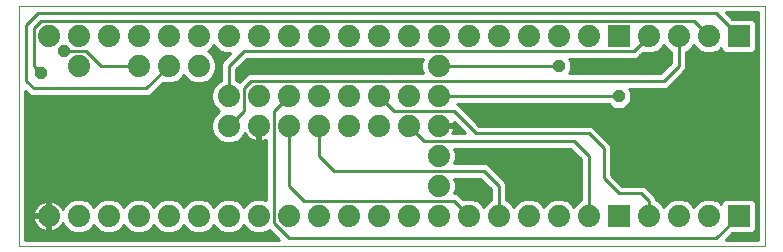
<source format=gbl>
G75*
G70*
%OFA0B0*%
%FSLAX24Y24*%
%IPPOS*%
%LPD*%
%AMOC8*
5,1,8,0,0,1.08239X$1,22.5*
%
%ADD10C,0.0000*%
%ADD11R,0.0740X0.0740*%
%ADD12C,0.0740*%
%ADD13C,0.0100*%
%ADD14OC8,0.0413*%
D10*
X000150Y002913D02*
X025020Y002913D01*
X025020Y010909D01*
X000150Y010909D01*
X000150Y002913D01*
D11*
X020150Y003913D03*
X024150Y003913D03*
X024150Y009913D03*
X020150Y009913D03*
D12*
X019150Y009913D03*
X018150Y009913D03*
X017150Y009913D03*
X016150Y009913D03*
X015150Y009913D03*
X014150Y009913D03*
X013150Y009913D03*
X012150Y009913D03*
X011150Y009913D03*
X010150Y009913D03*
X009150Y009913D03*
X008150Y009913D03*
X007150Y009913D03*
X006150Y009913D03*
X005150Y009913D03*
X004150Y009913D03*
X003150Y009913D03*
X002150Y009913D03*
X001150Y009913D03*
X002150Y008913D03*
X004150Y008913D03*
X005150Y008913D03*
X006150Y008913D03*
X007150Y007913D03*
X008150Y007913D03*
X009150Y007913D03*
X010150Y007913D03*
X011150Y007913D03*
X012150Y007913D03*
X013150Y007913D03*
X014150Y007913D03*
X014150Y008913D03*
X014150Y006913D03*
X013150Y006913D03*
X012150Y006913D03*
X011150Y006913D03*
X010150Y006913D03*
X009150Y006913D03*
X008150Y006913D03*
X007150Y006913D03*
X007150Y003913D03*
X006150Y003913D03*
X005150Y003913D03*
X004150Y003913D03*
X003150Y003913D03*
X002150Y003913D03*
X001150Y003913D03*
X008150Y003913D03*
X009150Y003913D03*
X010150Y003913D03*
X011150Y003913D03*
X012150Y003913D03*
X013150Y003913D03*
X014150Y003913D03*
X015150Y003913D03*
X016150Y003913D03*
X017150Y003913D03*
X018150Y003913D03*
X019150Y003913D03*
X021150Y003913D03*
X022150Y003913D03*
X023150Y003913D03*
X014150Y004913D03*
X014150Y005913D03*
X021150Y009913D03*
X022150Y009913D03*
X023150Y009913D03*
D13*
X022650Y010413D01*
X000900Y010413D01*
X000650Y010163D01*
X000650Y008913D01*
X000900Y008663D01*
X000400Y008413D02*
X000650Y008163D01*
X004400Y008163D01*
X005150Y008913D01*
X005650Y008604D02*
X005658Y008584D01*
X005821Y008421D01*
X006035Y008333D01*
X006265Y008333D01*
X006479Y008421D01*
X006642Y008584D01*
X006730Y008798D01*
X006730Y009028D01*
X006642Y009242D01*
X006479Y009405D01*
X006459Y009413D01*
X006479Y009421D01*
X006642Y009584D01*
X006650Y009604D01*
X006658Y009584D01*
X006821Y009421D01*
X007035Y009333D01*
X007202Y009333D01*
X007003Y009133D01*
X006930Y009060D01*
X006890Y008965D01*
X006890Y008433D01*
X006821Y008405D01*
X006658Y008242D01*
X006570Y008028D01*
X006570Y007798D01*
X006658Y007584D01*
X006821Y007421D01*
X006841Y007413D01*
X006821Y007405D01*
X006658Y007242D01*
X006570Y007028D01*
X006570Y006798D01*
X006658Y006584D01*
X006821Y006421D01*
X007035Y006333D01*
X007265Y006333D01*
X007479Y006421D01*
X007642Y006584D01*
X007683Y006684D01*
X007705Y006640D01*
X007753Y006574D01*
X007811Y006516D01*
X007877Y006468D01*
X007950Y006431D01*
X008028Y006406D01*
X008100Y006394D01*
X008100Y006863D01*
X008200Y006863D01*
X008200Y006394D01*
X008272Y006406D01*
X008350Y006431D01*
X008390Y006452D01*
X008390Y004441D01*
X008265Y004493D01*
X008035Y004493D01*
X007821Y004405D01*
X007658Y004242D01*
X007650Y004221D01*
X007642Y004242D01*
X007479Y004405D01*
X007265Y004493D01*
X007035Y004493D01*
X006821Y004405D01*
X006658Y004242D01*
X006650Y004221D01*
X006642Y004242D01*
X006479Y004405D01*
X006265Y004493D01*
X006035Y004493D01*
X005821Y004405D01*
X005658Y004242D01*
X005650Y004221D01*
X005642Y004242D01*
X005479Y004405D01*
X005265Y004493D01*
X005035Y004493D01*
X004821Y004405D01*
X004658Y004242D01*
X004650Y004221D01*
X004642Y004242D01*
X004479Y004405D01*
X004265Y004493D01*
X004035Y004493D01*
X003821Y004405D01*
X003658Y004242D01*
X003650Y004221D01*
X003642Y004242D01*
X003479Y004405D01*
X003265Y004493D01*
X003035Y004493D01*
X002821Y004405D01*
X002658Y004242D01*
X002650Y004221D01*
X002642Y004242D01*
X002479Y004405D01*
X002265Y004493D01*
X002035Y004493D01*
X001821Y004405D01*
X001658Y004242D01*
X001617Y004142D01*
X001595Y004186D01*
X001547Y004252D01*
X001489Y004310D01*
X001423Y004358D01*
X001350Y004395D01*
X001272Y004420D01*
X001200Y004432D01*
X001200Y003963D01*
X001100Y003963D01*
X001100Y004432D01*
X001028Y004420D01*
X000950Y004395D01*
X000877Y004358D01*
X000811Y004310D01*
X000753Y004252D01*
X000705Y004186D01*
X000668Y004113D01*
X000643Y004035D01*
X000631Y003963D01*
X001100Y003963D01*
X001100Y003863D01*
X000631Y003863D01*
X000643Y003791D01*
X000668Y003713D01*
X000705Y003640D01*
X000753Y003574D01*
X000811Y003516D01*
X000877Y003468D01*
X000950Y003431D01*
X001028Y003406D01*
X001100Y003394D01*
X001100Y003863D01*
X001200Y003863D01*
X001200Y003394D01*
X001272Y003406D01*
X001350Y003431D01*
X001423Y003468D01*
X001489Y003516D01*
X001547Y003574D01*
X001595Y003640D01*
X001617Y003684D01*
X001658Y003584D01*
X001821Y003421D01*
X002035Y003333D01*
X002265Y003333D01*
X002479Y003421D01*
X002642Y003584D01*
X002650Y003604D01*
X002658Y003584D01*
X002821Y003421D01*
X003035Y003333D01*
X003265Y003333D01*
X003479Y003421D01*
X003642Y003584D01*
X003650Y003604D01*
X003658Y003584D01*
X003821Y003421D01*
X004035Y003333D01*
X004265Y003333D01*
X004479Y003421D01*
X004642Y003584D01*
X004650Y003604D01*
X004658Y003584D01*
X004821Y003421D01*
X005035Y003333D01*
X005265Y003333D01*
X005479Y003421D01*
X005642Y003584D01*
X005650Y003604D01*
X005658Y003584D01*
X005821Y003421D01*
X006035Y003333D01*
X006265Y003333D01*
X006479Y003421D01*
X006642Y003584D01*
X006650Y003604D01*
X006658Y003584D01*
X006821Y003421D01*
X007035Y003333D01*
X007265Y003333D01*
X007479Y003421D01*
X007642Y003584D01*
X007650Y003604D01*
X007658Y003584D01*
X007821Y003421D01*
X008035Y003333D01*
X008265Y003333D01*
X008479Y003421D01*
X008501Y003444D01*
X008503Y003443D01*
X008822Y003123D01*
X000360Y003123D01*
X000360Y008085D01*
X000430Y008016D01*
X000503Y007943D01*
X000598Y007903D01*
X004452Y007903D01*
X004547Y007943D01*
X004966Y008361D01*
X005035Y008333D01*
X005265Y008333D01*
X005479Y008421D01*
X005642Y008584D01*
X005650Y008604D01*
X005585Y008528D02*
X005715Y008528D01*
X005814Y008429D02*
X005486Y008429D01*
X004935Y008331D02*
X006747Y008331D01*
X006654Y008232D02*
X004837Y008232D01*
X004738Y008134D02*
X006614Y008134D01*
X006573Y008035D02*
X004640Y008035D01*
X004533Y007937D02*
X006570Y007937D01*
X006570Y007838D02*
X000360Y007838D01*
X000360Y007740D02*
X006594Y007740D01*
X006635Y007641D02*
X000360Y007641D01*
X000360Y007543D02*
X006700Y007543D01*
X006799Y007444D02*
X000360Y007444D01*
X000360Y007346D02*
X006762Y007346D01*
X006664Y007247D02*
X000360Y007247D01*
X000360Y007149D02*
X006620Y007149D01*
X006579Y007050D02*
X000360Y007050D01*
X000360Y006952D02*
X006570Y006952D01*
X006570Y006853D02*
X000360Y006853D01*
X000360Y006755D02*
X006588Y006755D01*
X006629Y006656D02*
X000360Y006656D01*
X000360Y006558D02*
X006685Y006558D01*
X006784Y006459D02*
X000360Y006459D01*
X000360Y006361D02*
X006968Y006361D01*
X007332Y006361D02*
X008390Y006361D01*
X008390Y006262D02*
X000360Y006262D01*
X000360Y006164D02*
X008390Y006164D01*
X008390Y006065D02*
X000360Y006065D01*
X000360Y005966D02*
X008390Y005966D01*
X008390Y005868D02*
X000360Y005868D01*
X000360Y005769D02*
X008390Y005769D01*
X008390Y005671D02*
X000360Y005671D01*
X000360Y005572D02*
X008390Y005572D01*
X008390Y005474D02*
X000360Y005474D01*
X000360Y005375D02*
X008390Y005375D01*
X008390Y005277D02*
X000360Y005277D01*
X000360Y005178D02*
X008390Y005178D01*
X008390Y005080D02*
X000360Y005080D01*
X000360Y004981D02*
X008390Y004981D01*
X008390Y004883D02*
X000360Y004883D01*
X000360Y004784D02*
X008390Y004784D01*
X008390Y004686D02*
X000360Y004686D01*
X000360Y004587D02*
X008390Y004587D01*
X008390Y004489D02*
X008275Y004489D01*
X008025Y004489D02*
X007275Y004489D01*
X007493Y004390D02*
X007807Y004390D01*
X007709Y004292D02*
X007591Y004292D01*
X007025Y004489D02*
X006275Y004489D01*
X006493Y004390D02*
X006807Y004390D01*
X006709Y004292D02*
X006591Y004292D01*
X006025Y004489D02*
X005275Y004489D01*
X005493Y004390D02*
X005807Y004390D01*
X005709Y004292D02*
X005591Y004292D01*
X005025Y004489D02*
X004275Y004489D01*
X004493Y004390D02*
X004807Y004390D01*
X004709Y004292D02*
X004591Y004292D01*
X004025Y004489D02*
X003275Y004489D01*
X003493Y004390D02*
X003807Y004390D01*
X003709Y004292D02*
X003591Y004292D01*
X003025Y004489D02*
X002275Y004489D01*
X002493Y004390D02*
X002807Y004390D01*
X002709Y004292D02*
X002591Y004292D01*
X002025Y004489D02*
X000360Y004489D01*
X000360Y004390D02*
X000942Y004390D01*
X001100Y004390D02*
X001200Y004390D01*
X001200Y004292D02*
X001100Y004292D01*
X001100Y004193D02*
X001200Y004193D01*
X001200Y004095D02*
X001100Y004095D01*
X001100Y003996D02*
X001200Y003996D01*
X001100Y003898D02*
X000360Y003898D01*
X000360Y003996D02*
X000637Y003996D01*
X000662Y004095D02*
X000360Y004095D01*
X000360Y004193D02*
X000711Y004193D01*
X000794Y004292D02*
X000360Y004292D01*
X001358Y004390D02*
X001807Y004390D01*
X001709Y004292D02*
X001506Y004292D01*
X001589Y004193D02*
X001638Y004193D01*
X001200Y003799D02*
X001100Y003799D01*
X001100Y003701D02*
X001200Y003701D01*
X001200Y003602D02*
X001100Y003602D01*
X001100Y003504D02*
X001200Y003504D01*
X001200Y003405D02*
X001100Y003405D01*
X001030Y003405D02*
X000360Y003405D01*
X000360Y003307D02*
X008638Y003307D01*
X008540Y003405D02*
X008440Y003405D01*
X008503Y003443D02*
X008503Y003443D01*
X008650Y003663D02*
X008650Y007413D01*
X009150Y007913D01*
X007900Y008413D02*
X007650Y008163D01*
X007650Y007413D01*
X007150Y006913D01*
X007671Y006656D02*
X007697Y006656D01*
X007770Y006558D02*
X007615Y006558D01*
X007516Y006459D02*
X007896Y006459D01*
X008100Y006459D02*
X008200Y006459D01*
X008200Y006558D02*
X008100Y006558D01*
X008100Y006656D02*
X008200Y006656D01*
X008200Y006755D02*
X008100Y006755D01*
X008100Y006853D02*
X008200Y006853D01*
X009150Y006913D02*
X009150Y004913D01*
X009650Y004413D01*
X014650Y004413D01*
X015150Y003913D01*
X015591Y004292D02*
X015709Y004292D01*
X015658Y004242D02*
X015650Y004221D01*
X015642Y004242D01*
X015479Y004405D01*
X015265Y004493D01*
X015035Y004493D01*
X014966Y004465D01*
X014797Y004633D01*
X014702Y004673D01*
X014678Y004673D01*
X014730Y004798D01*
X014730Y005028D01*
X014678Y005153D01*
X015542Y005153D01*
X015890Y004805D01*
X015890Y004433D01*
X015821Y004405D01*
X015658Y004242D01*
X015807Y004390D02*
X015493Y004390D01*
X015275Y004489D02*
X015890Y004489D01*
X015890Y004587D02*
X014843Y004587D01*
X014942Y004489D02*
X015025Y004489D01*
X014684Y004686D02*
X015890Y004686D01*
X015890Y004784D02*
X014725Y004784D01*
X014730Y004883D02*
X015812Y004883D01*
X015714Y004981D02*
X014730Y004981D01*
X014709Y005080D02*
X015615Y005080D01*
X015650Y005413D02*
X016150Y004913D01*
X016150Y003913D01*
X016591Y004292D02*
X016709Y004292D01*
X016658Y004242D02*
X016821Y004405D01*
X017035Y004493D01*
X017265Y004493D01*
X017479Y004405D01*
X017642Y004242D01*
X017650Y004221D01*
X017658Y004242D01*
X017821Y004405D01*
X018035Y004493D01*
X018265Y004493D01*
X018479Y004405D01*
X018642Y004242D01*
X018650Y004221D01*
X018658Y004242D01*
X018821Y004405D01*
X018890Y004433D01*
X018890Y005805D01*
X018542Y006153D01*
X014678Y006153D01*
X014730Y006028D01*
X014730Y005798D01*
X014678Y005673D01*
X015702Y005673D01*
X015797Y005633D01*
X016297Y005133D01*
X016370Y005060D01*
X016410Y004965D01*
X016410Y004433D01*
X016479Y004405D01*
X016642Y004242D01*
X016650Y004221D01*
X016658Y004242D01*
X016807Y004390D02*
X016493Y004390D01*
X016410Y004489D02*
X017025Y004489D01*
X017275Y004489D02*
X018025Y004489D01*
X017807Y004390D02*
X017493Y004390D01*
X017591Y004292D02*
X017709Y004292D01*
X018275Y004489D02*
X018890Y004489D01*
X018890Y004587D02*
X016410Y004587D01*
X016410Y004686D02*
X018890Y004686D01*
X018890Y004784D02*
X016410Y004784D01*
X016410Y004883D02*
X018890Y004883D01*
X018890Y004981D02*
X016403Y004981D01*
X016351Y005080D02*
X018890Y005080D01*
X018890Y005178D02*
X016252Y005178D01*
X016154Y005277D02*
X018890Y005277D01*
X018890Y005375D02*
X016055Y005375D01*
X015957Y005474D02*
X018890Y005474D01*
X018890Y005572D02*
X015858Y005572D01*
X015707Y005671D02*
X018890Y005671D01*
X018890Y005769D02*
X014718Y005769D01*
X014730Y005868D02*
X018827Y005868D01*
X018729Y005966D02*
X014730Y005966D01*
X014715Y006065D02*
X018630Y006065D01*
X018650Y006413D02*
X019150Y005913D01*
X019150Y003913D01*
X018709Y004292D02*
X018591Y004292D01*
X018493Y004390D02*
X018807Y004390D01*
X019650Y005163D02*
X020150Y004663D01*
X020900Y004663D01*
X021150Y004413D01*
X021150Y003913D01*
X021591Y004292D02*
X021709Y004292D01*
X021658Y004242D02*
X021821Y004405D01*
X022035Y004493D01*
X022265Y004493D01*
X022479Y004405D01*
X022642Y004242D01*
X022650Y004221D01*
X022658Y004242D01*
X022821Y004405D01*
X023035Y004493D01*
X023265Y004493D01*
X023479Y004405D01*
X023570Y004313D01*
X023570Y004370D01*
X023693Y004493D01*
X024607Y004493D01*
X024730Y004370D01*
X024730Y003456D01*
X024607Y003333D01*
X023938Y003333D01*
X023728Y003123D01*
X024810Y003123D01*
X024810Y010699D01*
X023732Y010699D01*
X023938Y010493D01*
X024607Y010493D01*
X024730Y010370D01*
X024730Y009456D01*
X024607Y009333D01*
X023693Y009333D01*
X023570Y009456D01*
X023570Y009513D01*
X023479Y009421D01*
X023265Y009333D01*
X023035Y009333D01*
X022821Y009421D01*
X022658Y009584D01*
X022650Y009604D01*
X022642Y009584D01*
X022479Y009421D01*
X022410Y009393D01*
X022410Y008965D01*
X022410Y008861D01*
X022370Y008766D01*
X021797Y008193D01*
X021702Y008153D01*
X020499Y008153D01*
X020567Y008086D01*
X020567Y007740D01*
X020323Y007496D01*
X019977Y007496D01*
X019821Y007653D01*
X014750Y007653D01*
X014797Y007633D01*
X015508Y006923D01*
X019202Y006923D01*
X019297Y006883D01*
X019797Y006383D01*
X019870Y006310D01*
X019910Y006215D01*
X019910Y005271D01*
X020258Y004923D01*
X020952Y004923D01*
X021047Y004883D01*
X021297Y004633D01*
X021370Y004560D01*
X021410Y004465D01*
X021410Y004433D01*
X021479Y004405D01*
X021642Y004242D01*
X021650Y004221D01*
X021658Y004242D01*
X021807Y004390D02*
X021493Y004390D01*
X021400Y004489D02*
X022025Y004489D01*
X022275Y004489D02*
X023025Y004489D01*
X022807Y004390D02*
X022493Y004390D01*
X022591Y004292D02*
X022709Y004292D01*
X023275Y004489D02*
X023689Y004489D01*
X023591Y004390D02*
X023493Y004390D01*
X024150Y003913D02*
X023400Y003163D01*
X009150Y003163D01*
X008650Y003663D01*
X008737Y003208D02*
X000360Y003208D01*
X000360Y003504D02*
X000828Y003504D01*
X000733Y003602D02*
X000360Y003602D01*
X000360Y003701D02*
X000674Y003701D01*
X000641Y003799D02*
X000360Y003799D01*
X001270Y003405D02*
X001860Y003405D01*
X001739Y003504D02*
X001472Y003504D01*
X001567Y003602D02*
X001651Y003602D01*
X002440Y003405D02*
X002860Y003405D01*
X002739Y003504D02*
X002561Y003504D01*
X002649Y003602D02*
X002651Y003602D01*
X003440Y003405D02*
X003860Y003405D01*
X003739Y003504D02*
X003561Y003504D01*
X003649Y003602D02*
X003651Y003602D01*
X004440Y003405D02*
X004860Y003405D01*
X004739Y003504D02*
X004561Y003504D01*
X004649Y003602D02*
X004651Y003602D01*
X005440Y003405D02*
X005860Y003405D01*
X005739Y003504D02*
X005561Y003504D01*
X005649Y003602D02*
X005651Y003602D01*
X006440Y003405D02*
X006860Y003405D01*
X006739Y003504D02*
X006561Y003504D01*
X006649Y003602D02*
X006651Y003602D01*
X007440Y003405D02*
X007860Y003405D01*
X007739Y003504D02*
X007561Y003504D01*
X007649Y003602D02*
X007651Y003602D01*
X010150Y005913D02*
X010650Y005413D01*
X015650Y005413D01*
X013650Y006413D02*
X013150Y006913D01*
X013650Y006413D02*
X018650Y006413D01*
X019150Y006663D02*
X019650Y006163D01*
X019650Y005163D01*
X019910Y005277D02*
X024810Y005277D01*
X024810Y005375D02*
X019910Y005375D01*
X019910Y005474D02*
X024810Y005474D01*
X024810Y005572D02*
X019910Y005572D01*
X019910Y005671D02*
X024810Y005671D01*
X024810Y005769D02*
X019910Y005769D01*
X019910Y005868D02*
X024810Y005868D01*
X024810Y005966D02*
X019910Y005966D01*
X019910Y006065D02*
X024810Y006065D01*
X024810Y006164D02*
X019910Y006164D01*
X019890Y006262D02*
X024810Y006262D01*
X024810Y006361D02*
X019820Y006361D01*
X019722Y006459D02*
X024810Y006459D01*
X024810Y006558D02*
X019623Y006558D01*
X019525Y006656D02*
X024810Y006656D01*
X024810Y006755D02*
X019426Y006755D01*
X019328Y006853D02*
X024810Y006853D01*
X024810Y006952D02*
X015479Y006952D01*
X015381Y007050D02*
X024810Y007050D01*
X024810Y007149D02*
X015282Y007149D01*
X015184Y007247D02*
X024810Y007247D01*
X024810Y007346D02*
X015085Y007346D01*
X014987Y007444D02*
X024810Y007444D01*
X024810Y007543D02*
X020369Y007543D01*
X020467Y007641D02*
X024810Y007641D01*
X024810Y007740D02*
X020566Y007740D01*
X020567Y007838D02*
X024810Y007838D01*
X024810Y007937D02*
X020567Y007937D01*
X020567Y008035D02*
X024810Y008035D01*
X024810Y008134D02*
X020519Y008134D01*
X020150Y007913D02*
X014150Y007913D01*
X014779Y007641D02*
X019833Y007641D01*
X019931Y007543D02*
X014888Y007543D01*
X014650Y007413D02*
X015400Y006663D01*
X019150Y006663D01*
X020002Y005178D02*
X024810Y005178D01*
X024810Y005080D02*
X020101Y005080D01*
X020199Y004981D02*
X024810Y004981D01*
X024810Y004883D02*
X021048Y004883D01*
X021146Y004784D02*
X024810Y004784D01*
X024810Y004686D02*
X021245Y004686D01*
X021343Y004587D02*
X024810Y004587D01*
X024810Y004489D02*
X024611Y004489D01*
X024709Y004390D02*
X024810Y004390D01*
X024810Y004292D02*
X024730Y004292D01*
X024730Y004193D02*
X024810Y004193D01*
X024810Y004095D02*
X024730Y004095D01*
X024730Y003996D02*
X024810Y003996D01*
X024810Y003898D02*
X024730Y003898D01*
X024730Y003799D02*
X024810Y003799D01*
X024810Y003701D02*
X024730Y003701D01*
X024730Y003602D02*
X024810Y003602D01*
X024810Y003504D02*
X024730Y003504D01*
X024679Y003405D02*
X024810Y003405D01*
X024810Y003307D02*
X023912Y003307D01*
X023813Y003208D02*
X024810Y003208D01*
X015022Y006673D02*
X014611Y006673D01*
X014632Y006713D01*
X014657Y006791D01*
X014669Y006863D01*
X014200Y006863D01*
X014200Y006963D01*
X014669Y006963D01*
X014657Y007035D01*
X014656Y007040D01*
X015022Y006673D01*
X014941Y006755D02*
X014645Y006755D01*
X014667Y006853D02*
X014842Y006853D01*
X014744Y006952D02*
X014200Y006952D01*
X014650Y007413D02*
X012650Y007413D01*
X012150Y007913D01*
X013622Y008673D02*
X007848Y008673D01*
X007753Y008633D01*
X007503Y008383D01*
X007501Y008382D01*
X007479Y008405D01*
X007410Y008433D01*
X007410Y008805D01*
X007758Y009153D01*
X013622Y009153D01*
X013570Y009028D01*
X013570Y008798D01*
X013622Y008673D01*
X013600Y008725D02*
X007410Y008725D01*
X007410Y008626D02*
X007745Y008626D01*
X007647Y008528D02*
X007410Y008528D01*
X007420Y008429D02*
X007548Y008429D01*
X007900Y008413D02*
X021650Y008413D01*
X022150Y008913D01*
X022150Y009913D01*
X021650Y009604D02*
X021658Y009584D01*
X021821Y009421D01*
X021890Y009393D01*
X021890Y009021D01*
X021542Y008673D01*
X018499Y008673D01*
X018567Y008740D01*
X018567Y009086D01*
X018499Y009153D01*
X020702Y009153D01*
X020797Y009193D01*
X020870Y009266D01*
X020966Y009361D01*
X021035Y009333D01*
X021265Y009333D01*
X021479Y009421D01*
X021642Y009584D01*
X021650Y009604D01*
X021570Y009513D02*
X021730Y009513D01*
X021839Y009414D02*
X021461Y009414D01*
X021890Y009316D02*
X020920Y009316D01*
X020822Y009217D02*
X021890Y009217D01*
X021890Y009119D02*
X018534Y009119D01*
X018567Y009020D02*
X021889Y009020D01*
X021791Y008922D02*
X018567Y008922D01*
X018567Y008823D02*
X021692Y008823D01*
X021594Y008725D02*
X018551Y008725D01*
X018150Y008913D02*
X014150Y008913D01*
X013570Y008922D02*
X007526Y008922D01*
X007625Y009020D02*
X013570Y009020D01*
X013607Y009119D02*
X007723Y009119D01*
X007650Y009413D02*
X007150Y008913D01*
X007150Y007913D01*
X006880Y008429D02*
X006486Y008429D01*
X006585Y008528D02*
X006890Y008528D01*
X006890Y008626D02*
X006659Y008626D01*
X006700Y008725D02*
X006890Y008725D01*
X006890Y008823D02*
X006730Y008823D01*
X006730Y008922D02*
X006890Y008922D01*
X006913Y009020D02*
X006730Y009020D01*
X006693Y009119D02*
X006988Y009119D01*
X007086Y009217D02*
X006652Y009217D01*
X006568Y009316D02*
X007185Y009316D01*
X006839Y009414D02*
X006461Y009414D01*
X006570Y009513D02*
X006730Y009513D01*
X007650Y009413D02*
X020650Y009413D01*
X021150Y009913D01*
X022410Y009316D02*
X024810Y009316D01*
X024810Y009414D02*
X024688Y009414D01*
X024730Y009513D02*
X024810Y009513D01*
X024810Y009611D02*
X024730Y009611D01*
X024730Y009710D02*
X024810Y009710D01*
X024810Y009808D02*
X024730Y009808D01*
X024730Y009907D02*
X024810Y009907D01*
X024810Y010005D02*
X024730Y010005D01*
X024730Y010104D02*
X024810Y010104D01*
X024810Y010202D02*
X024730Y010202D01*
X024730Y010301D02*
X024810Y010301D01*
X024810Y010399D02*
X024701Y010399D01*
X024810Y010498D02*
X023933Y010498D01*
X023835Y010596D02*
X024810Y010596D01*
X024810Y010695D02*
X023736Y010695D01*
X023400Y010663D02*
X000800Y010663D01*
X000400Y010263D01*
X000400Y008413D01*
X000410Y008035D02*
X000360Y008035D01*
X000360Y007937D02*
X000517Y007937D01*
X002400Y009413D02*
X002900Y008913D01*
X004150Y008913D01*
X002400Y009413D02*
X001650Y009413D01*
X007428Y008823D02*
X013570Y008823D01*
X010150Y006913D02*
X010150Y005913D01*
X021837Y008232D02*
X024810Y008232D01*
X024810Y008331D02*
X021935Y008331D01*
X022034Y008429D02*
X024810Y008429D01*
X024810Y008528D02*
X022132Y008528D01*
X022231Y008626D02*
X024810Y008626D01*
X024810Y008725D02*
X022329Y008725D01*
X022394Y008823D02*
X024810Y008823D01*
X024810Y008922D02*
X022410Y008922D01*
X022410Y009020D02*
X024810Y009020D01*
X024810Y009119D02*
X022410Y009119D01*
X022410Y009217D02*
X024810Y009217D01*
X024150Y009913D02*
X023400Y010663D01*
X023570Y009513D02*
X023570Y009513D01*
X023612Y009414D02*
X023461Y009414D01*
X022839Y009414D02*
X022461Y009414D01*
X022570Y009513D02*
X022730Y009513D01*
D14*
X020900Y008913D03*
X020150Y007913D03*
X019150Y008913D03*
X018150Y008913D03*
X019650Y006913D03*
X018400Y005413D03*
X016900Y004913D03*
X015150Y004913D03*
X007900Y004913D03*
X003150Y005913D03*
X000900Y008663D03*
X001650Y009413D03*
X009150Y008913D03*
X012650Y008913D03*
X022900Y005663D03*
M02*

</source>
